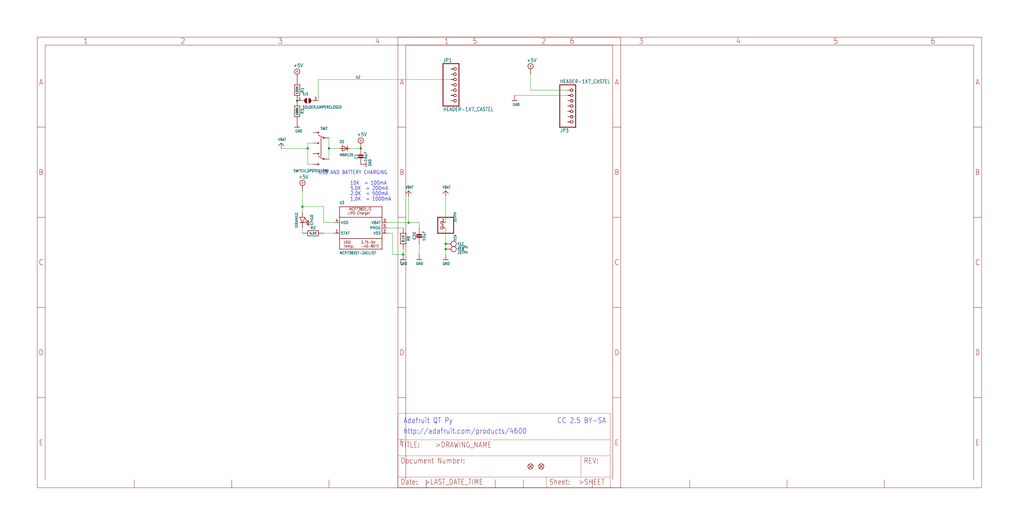
<source format=kicad_sch>
(kicad_sch (version 20211123) (generator eeschema)
  (paper "User" 490.22 254.406)
  (lib_symbols
    (symbol "eagleSchem-eagle-import:+5V" (power)
      (property "Value" "+5V" (at -1.905 3.175 0))
      (symbol "+5V_1_0"
        (polyline (pts (xy -0.635 1.27) (xy 0.635 1.27)) (stroke (width 0.1524)))
        (polyline (pts (xy 0 0.635) (xy 0 1.905)) (stroke (width 0.1524)))
        (circle (center 0 1.27) (radius 1.27) (stroke (width 0.254)))
        (pin power_in line (at 0 -2.54 90) (length 2.54) (name "+5V") (number "1"))
      )
    )
    (symbol "eagleSchem-eagle-import:CAP_CERAMIC0805-NOOUTLINE"
      (property "Reference" "C" (at -2.29 1.25 90))
      (property "Value" "CAP_CERAMIC0805-NOOUTLINE" (at 2.3 1.25 90))
      (symbol "CAP_CERAMIC0805-NOOUTLINE_1_0"
        (rectangle (start -1.27 0.508) (end 1.27 1.016) (fill (type outline)))
        (rectangle (start -1.27 1.524) (end 1.27 2.032) (fill (type outline)))
        (polyline (pts (xy 0 0.762) (xy 0 0)) (stroke (width 0.1524)))
        (polyline (pts (xy 0 2.54) (xy 0 1.778)) (stroke (width 0.1524)))
        (pin passive line (at 0 5.08 270) (length 2.54) (name "1") (number "1"))
        (pin passive line (at 0 -2.54 90) (length 2.54) (name "2") (number "2"))
      )
    )
    (symbol "eagleSchem-eagle-import:CON_JST_PH_2PIN_MT_BATT"
      (property "Reference" "X" (at 0 5.588 90))
      (property "Value" "CON_JST_PH_2PIN_MT_BATT" (at 1.651 5.588 90))
      (symbol "CON_JST_PH_2PIN_MT_BATT_1_0"
        (polyline (pts (xy -6.35 -2.54) (xy 1.27 -2.54)) (stroke (width 0.4064)))
        (polyline (pts (xy -6.35 5.08) (xy -6.35 -2.54)) (stroke (width 0.4064)))
        (polyline (pts (xy 1.27 -2.54) (xy 1.27 5.08)) (stroke (width 0.4064)))
        (polyline (pts (xy 1.27 5.08) (xy -6.35 5.08)) (stroke (width 0.4064)))
        (pin passive inverted (at -2.54 2.54 0) (length 2.54) (name "1") (number "1"))
        (pin passive inverted (at -2.54 0 0) (length 2.54) (name "2") (number "2"))
      )
      (symbol "CON_JST_PH_2PIN_MT_BATT_2_0"
        (circle (center 0 3.81) (radius 1.27) (stroke (width 0.254)))
        (pin bidirectional line (at 0 0 90) (length 2.54) (name "P$1") (number "NC2"))
      )
      (symbol "CON_JST_PH_2PIN_MT_BATT_3_0"
        (circle (center 0 3.81) (radius 1.27) (stroke (width 0.254)))
        (pin bidirectional line (at 0 0 90) (length 2.54) (name "P$1") (number "NC1"))
      )
    )
    (symbol "eagleSchem-eagle-import:DIODE_SOD-123FL"
      (property "Reference" "D" (at -2.54 2.54 0))
      (property "Value" "DIODE_SOD-123FL" (at -2.54 -3.81 0))
      (symbol "DIODE_SOD-123FL_1_0"
        (polyline (pts (xy -1.27 -1.27) (xy 1.27 0)) (stroke (width 0.254)))
        (polyline (pts (xy -1.27 1.27) (xy -1.27 -1.27)) (stroke (width 0.254)))
        (polyline (pts (xy 1.27 0) (xy -1.27 1.27)) (stroke (width 0.254)))
        (polyline (pts (xy 1.27 0) (xy 1.27 -1.27)) (stroke (width 0.254)))
        (polyline (pts (xy 1.27 1.27) (xy 1.27 0)) (stroke (width 0.254)))
        (pin passive line (at -2.54 0 0) (length 2.54) (name "A") (number "A"))
        (pin passive line (at 2.54 0 180) (length 2.54) (name "C") (number "C"))
      )
    )
    (symbol "eagleSchem-eagle-import:FIDUCIAL_1MM"
      (symbol "FIDUCIAL_1MM_1_0"
        (polyline (pts (xy -0.762 0.762) (xy 0.762 -0.762)) (stroke (width 0.254)))
        (polyline (pts (xy 0.762 0.762) (xy -0.762 -0.762)) (stroke (width 0.254)))
        (circle (center 0 0) (radius 1.27) (stroke (width 0.254)))
      )
    )
    (symbol "eagleSchem-eagle-import:FRAME_A_L"
      (symbol "FRAME_A_L_0_0"
        (polyline (pts (xy 0 43.18) (xy 3.81 43.18)))
        (polyline (pts (xy 0 86.36) (xy 3.81 86.36)))
        (polyline (pts (xy 0 129.54) (xy 3.81 129.54)))
        (polyline (pts (xy 0 172.72) (xy 3.81 172.72)))
        (polyline (pts (xy 3.81 3.81) (xy 3.81 212.09)))
        (polyline (pts (xy 46.5667 0) (xy 46.5667 3.81)))
        (polyline (pts (xy 93.1333 0) (xy 93.1333 3.81)))
        (polyline (pts (xy 139.7 0) (xy 139.7 3.81)))
        (polyline (pts (xy 186.2667 0) (xy 186.2667 3.81)))
        (polyline (pts (xy 232.8333 0) (xy 232.8333 3.81)))
        (polyline (pts (xy 275.59 3.81) (xy 275.59 212.09)))
        (polyline (pts (xy 275.59 43.18) (xy 279.4 43.18)))
        (polyline (pts (xy 275.59 86.36) (xy 279.4 86.36)))
        (polyline (pts (xy 275.59 129.54) (xy 279.4 129.54)))
        (polyline (pts (xy 275.59 172.72) (xy 279.4 172.72)))
        (polyline (pts (xy 275.59 212.09) (xy 3.81 212.09)))
        (polyline (pts (xy 0 0) (xy 279.4 0) (xy 279.4 215.9) (xy 0 215.9) (xy 0 0)))
        (text "1" (at 23.2833 213.995 0) (effects (font (size 2.54 2.286))))
        (text "2" (at 69.85 213.995 0) (effects (font (size 2.54 2.286))))
        (text "3" (at 116.4167 213.995 0) (effects (font (size 2.54 2.286))))
        (text "4" (at 162.9833 213.995 0) (effects (font (size 2.54 2.286))))
        (text "5" (at 209.55 213.995 0) (effects (font (size 2.54 2.286))))
        (text "6" (at 256.1167 213.995 0) (effects (font (size 2.54 2.286))))
        (text "A" (at 1.905 194.31 0) (effects (font (size 2.54 2.286))))
        (text "A" (at 277.495 194.31 0) (effects (font (size 2.54 2.286))))
        (text "B" (at 1.905 151.13 0) (effects (font (size 2.54 2.286))))
        (text "B" (at 277.495 151.13 0) (effects (font (size 2.54 2.286))))
        (text "C" (at 1.905 107.95 0) (effects (font (size 2.54 2.286))))
        (text "C" (at 277.495 107.95 0) (effects (font (size 2.54 2.286))))
        (text "D" (at 1.905 64.77 0) (effects (font (size 2.54 2.286))))
        (text "D" (at 277.495 64.77 0) (effects (font (size 2.54 2.286))))
        (text "E" (at 1.905 21.59 0) (effects (font (size 2.54 2.286))))
        (text "E" (at 277.495 21.59 0) (effects (font (size 2.54 2.286))))
      )
      (symbol "FRAME_A_L_2_0"
        (polyline (pts (xy 0 0) (xy 0 5.08)) (stroke (width 0.1016)))
        (polyline (pts (xy 0 0) (xy 71.12 0)) (stroke (width 0.1016)))
        (polyline (pts (xy 0 5.08) (xy 0 15.24)) (stroke (width 0.1016)))
        (polyline (pts (xy 0 5.08) (xy 71.12 5.08)) (stroke (width 0.1016)))
        (polyline (pts (xy 0 15.24) (xy 0 22.86)) (stroke (width 0.1016)))
        (polyline (pts (xy 0 22.86) (xy 0 35.56)) (stroke (width 0.1016)))
        (polyline (pts (xy 0 22.86) (xy 101.6 22.86)) (stroke (width 0.1016)))
        (polyline (pts (xy 71.12 0) (xy 101.6 0)) (stroke (width 0.1016)))
        (polyline (pts (xy 71.12 5.08) (xy 71.12 0)) (stroke (width 0.1016)))
        (polyline (pts (xy 71.12 5.08) (xy 87.63 5.08)) (stroke (width 0.1016)))
        (polyline (pts (xy 87.63 5.08) (xy 101.6 5.08)) (stroke (width 0.1016)))
        (polyline (pts (xy 87.63 15.24) (xy 0 15.24)) (stroke (width 0.1016)))
        (polyline (pts (xy 87.63 15.24) (xy 87.63 5.08)) (stroke (width 0.1016)))
        (polyline (pts (xy 101.6 5.08) (xy 101.6 0)) (stroke (width 0.1016)))
        (polyline (pts (xy 101.6 15.24) (xy 87.63 15.24)) (stroke (width 0.1016)))
        (polyline (pts (xy 101.6 15.24) (xy 101.6 5.08)) (stroke (width 0.1016)))
        (polyline (pts (xy 101.6 22.86) (xy 101.6 15.24)) (stroke (width 0.1016)))
        (polyline (pts (xy 101.6 35.56) (xy 0 35.56)) (stroke (width 0.1016)))
        (polyline (pts (xy 101.6 35.56) (xy 101.6 22.86)) (stroke (width 0.1016)))
        (text ">DRAWING_NAME" (at 17.78 19.05 0) (effects (font (size 2.54 2.159)) (justify left bottom)))
        (text ">LAST_DATE_TIME" (at 12.7 1.27 0) (effects (font (size 2.54 2.159)) (justify left bottom)))
        (text ">SHEET" (at 86.36 1.27 0) (effects (font (size 2.54 2.159)) (justify left bottom)))
        (text "Date:" (at 1.27 1.27 0) (effects (font (size 2.54 2.159)) (justify left bottom)))
        (text "Document Number:" (at 1.27 11.43 0) (effects (font (size 2.54 2.159)) (justify left bottom)))
        (text "REV:" (at 88.9 11.43 0) (effects (font (size 2.54 2.159)) (justify left bottom)))
        (text "Sheet:" (at 72.39 1.27 0) (effects (font (size 2.54 2.159)) (justify left bottom)))
        (text "TITLE:" (at 1.27 19.05 0) (effects (font (size 2.54 2.159)) (justify left bottom)))
      )
    )
    (symbol "eagleSchem-eagle-import:GND" (power)
      (property "Value" "GND" (at -1.524 -2.54 0))
      (symbol "GND_1_0"
        (polyline (pts (xy -1.27 0) (xy 1.27 0)) (stroke (width 0.254)))
        (pin power_in line (at 0 2.54 270) (length 2.54) (name "GND") (number "1"))
      )
    )
    (symbol "eagleSchem-eagle-import:HEADER-1X7_CASTEL"
      (property "Reference" "JP" (at -6.35 10.795 0))
      (property "Value" "HEADER-1X7_CASTEL" (at -6.35 -12.7 0))
      (symbol "HEADER-1X7_CASTEL_1_0"
        (polyline (pts (xy -6.35 -10.16) (xy 1.27 -10.16)) (stroke (width 0.4064)))
        (polyline (pts (xy -6.35 10.16) (xy -6.35 -10.16)) (stroke (width 0.4064)))
        (polyline (pts (xy 1.27 -10.16) (xy 1.27 10.16)) (stroke (width 0.4064)))
        (polyline (pts (xy 1.27 10.16) (xy -6.35 10.16)) (stroke (width 0.4064)))
        (pin passive inverted (at -2.54 7.62 0) (length 2.54) (name "1") (number "1"))
        (pin passive inverted (at -2.54 7.62 0) (length 2.54) (name "1") (number "1C"))
        (pin passive inverted (at -2.54 5.08 0) (length 2.54) (name "2") (number "2"))
        (pin passive inverted (at -2.54 5.08 0) (length 2.54) (name "2") (number "2C"))
        (pin passive inverted (at -2.54 2.54 0) (length 2.54) (name "3") (number "3"))
        (pin passive inverted (at -2.54 2.54 0) (length 2.54) (name "3") (number "3C"))
        (pin passive inverted (at -2.54 0 0) (length 2.54) (name "4") (number "4"))
        (pin passive inverted (at -2.54 0 0) (length 2.54) (name "4") (number "4C"))
        (pin passive inverted (at -2.54 -2.54 0) (length 2.54) (name "5") (number "5"))
        (pin passive inverted (at -2.54 -2.54 0) (length 2.54) (name "5") (number "5C"))
        (pin passive inverted (at -2.54 -5.08 0) (length 2.54) (name "6") (number "6"))
        (pin passive inverted (at -2.54 -5.08 0) (length 2.54) (name "6") (number "6C"))
        (pin passive inverted (at -2.54 -7.62 0) (length 2.54) (name "7") (number "7"))
        (pin passive inverted (at -2.54 -7.62 0) (length 2.54) (name "7") (number "7C"))
      )
    )
    (symbol "eagleSchem-eagle-import:LED0603_NOOUTLINE"
      (property "Reference" "D" (at -1.27 4.445 0))
      (property "Value" "LED0603_NOOUTLINE" (at -1.27 -2.794 0))
      (symbol "LED0603_NOOUTLINE_1_0"
        (polyline (pts (xy -2.54 -1.27) (xy 0 0)) (stroke (width 0.254)))
        (polyline (pts (xy -2.54 1.27) (xy -2.54 -1.27)) (stroke (width 0.254)))
        (polyline (pts (xy -1.905 1.27) (xy -0.635 2.54)) (stroke (width 0.254)))
        (polyline (pts (xy -0.9525 2.8575) (xy -0.3175 2.2225)) (stroke (width 0.254)))
        (polyline (pts (xy -0.635 1.27) (xy 0.635 2.54)) (stroke (width 0.254)))
        (polyline (pts (xy -0.3175 2.2225) (xy 0 3.175)) (stroke (width 0.254)))
        (polyline (pts (xy 0 0) (xy -2.54 1.27)) (stroke (width 0.254)))
        (polyline (pts (xy 0 0) (xy 0 -1.27)) (stroke (width 0.254)))
        (polyline (pts (xy 0 1.27) (xy 0 0)) (stroke (width 0.254)))
        (polyline (pts (xy 0 3.175) (xy -0.9525 2.8575)) (stroke (width 0.254)))
        (polyline (pts (xy 0.3175 2.8575) (xy 0.9525 2.2225)) (stroke (width 0.254)))
        (polyline (pts (xy 0.9525 2.2225) (xy 1.27 3.175)) (stroke (width 0.254)))
        (polyline (pts (xy 1.27 3.175) (xy 0.3175 2.8575)) (stroke (width 0.254)))
        (pin passive line (at -5.08 0 0) (length 2.54) (name "A") (number "A"))
        (pin passive line (at 2.54 0 180) (length 2.54) (name "C") (number "C"))
      )
    )
    (symbol "eagleSchem-eagle-import:MCP73831{slash}2"
      (property "Reference" "U" (at -10.16 11.43 0))
      (property "Value" "MCP73831{slash}2" (at -10.16 -12.7 0))
      (symbol "MCP73831{slash}2_1_0"
        (polyline (pts (xy -10.16 -5.08) (xy -10.16 -10.16)) (stroke (width 0.254)))
        (polyline (pts (xy -10.16 -5.08) (xy -10.16 5.08)) (stroke (width 0.254)))
        (polyline (pts (xy -10.16 5.08) (xy 10.16 5.08)) (stroke (width 0.254)))
        (polyline (pts (xy -10.16 10.16) (xy -10.16 5.08)) (stroke (width 0.254)))
        (polyline (pts (xy -10.16 10.16) (xy 10.16 10.16)) (stroke (width 0.254)))
        (polyline (pts (xy 10.16 -10.16) (xy -10.16 -10.16)) (stroke (width 0.254)))
        (polyline (pts (xy 10.16 -5.08) (xy -10.16 -5.08)) (stroke (width 0.254)))
        (polyline (pts (xy 10.16 -5.08) (xy 10.16 -10.16)) (stroke (width 0.254)))
        (polyline (pts (xy 10.16 5.08) (xy 10.16 -5.08)) (stroke (width 0.254)))
        (polyline (pts (xy 10.16 10.16) (xy 10.16 5.08)) (stroke (width 0.254)))
        (text "-40-85°C" (at 0 -9.525 0) (effects (font (size 1.27 1.0795)) (justify left bottom)))
        (text "3.75-6V" (at 0 -7.62 0) (effects (font (size 1.27 1.0795)) (justify left bottom)))
        (text "LIPO Charger" (at -6.35 6.35 0) (effects (font (size 1.27 1.0795)) (justify left bottom)))
        (text "MCP73831/2" (at -5.715 8.255 0) (effects (font (size 1.27 1.0795)) (justify left bottom)))
        (text "Temp:" (at -8.255 -9.525 0) (effects (font (size 1.27 1.0795)) (justify left bottom)))
        (text "VDD:" (at -8.255 -7.62 0) (effects (font (size 1.27 1.0795)) (justify left bottom)))
        (pin output line (at -12.7 -2.54 0) (length 2.54) (name "STAT") (number "1"))
        (pin power_in line (at 12.7 -2.54 180) (length 2.54) (name "VSS") (number "2"))
        (pin power_in line (at 12.7 2.54 180) (length 2.54) (name "VBAT") (number "3"))
        (pin power_in line (at -12.7 2.54 0) (length 2.54) (name "VDD") (number "4"))
        (pin input line (at 12.7 0 180) (length 2.54) (name "PROG") (number "5"))
      )
    )
    (symbol "eagleSchem-eagle-import:RESISTOR_0603_NOOUT"
      (property "Reference" "R" (at 0 2.54 0))
      (property "Value" "RESISTOR_0603_NOOUT" (at 0 0 0))
      (symbol "RESISTOR_0603_NOOUT_1_0"
        (polyline (pts (xy -2.54 -1.27) (xy -2.54 1.27)) (stroke (width 0.254)))
        (polyline (pts (xy -2.54 1.27) (xy 2.54 1.27)) (stroke (width 0.254)))
        (polyline (pts (xy 2.54 -1.27) (xy -2.54 -1.27)) (stroke (width 0.254)))
        (polyline (pts (xy 2.54 1.27) (xy 2.54 -1.27)) (stroke (width 0.254)))
        (pin passive line (at -5.08 0 0) (length 2.54) (name "1") (number "1"))
        (pin passive line (at 5.08 0 180) (length 2.54) (name "2") (number "2"))
      )
    )
    (symbol "eagleSchem-eagle-import:SOLDERJUMPERCLOSED"
      (property "Reference" "SJ" (at -2.54 2.54 0))
      (property "Value" "SOLDERJUMPERCLOSED" (at -2.54 -3.81 0))
      (symbol "SOLDERJUMPERCLOSED_1_0"
        (arc (start -0.381 1.2699) (mid -1.6508 0) (end -0.381 -1.2699) (stroke (width 0.0001)) (fill (type outline)))
        (polyline (pts (xy -2.54 0) (xy -1.651 0)) (stroke (width 0.1524)))
        (polyline (pts (xy 2.54 0) (xy 1.651 0)) (stroke (width 0.1524)))
        (arc (start 0.381 -1.2699) (mid 1.6508 0) (end 0.381 1.2699) (stroke (width 0.0001)) (fill (type outline)))
        (pin passive line (at -5.08 0 0) (length 2.54) (name "1") (number "1"))
        (pin passive line (at 5.08 0 180) (length 2.54) (name "2") (number "2"))
      )
    )
    (symbol "eagleSchem-eagle-import:SWITCH_DPDTEG1390"
      (property "Reference" "SW" (at -4.445 8.89 0))
      (property "Value" "SWITCH_DPDTEG1390" (at -5.08 -11.43 0))
      (symbol "SWITCH_DPDTEG1390_1_0"
        (circle (center -2.54 -5.08) (radius 0.3592) (stroke (width 0.2032)))
        (circle (center -2.54 5.08) (radius 0.3592) (stroke (width 0.2032)))
        (circle (center 0 -7.62) (radius 0.3592) (stroke (width 0.2032)))
        (circle (center 0 -2.54) (radius 0.3592) (stroke (width 0.2032)))
        (polyline (pts (xy -2.54 -5.08) (xy 0 -3.81)) (stroke (width 0.254)))
        (polyline (pts (xy -2.54 5.08) (xy 0 6.35)) (stroke (width 0.254)))
        (polyline (pts (xy -1.27 5.08) (xy -1.27 -3.81)) (stroke (width 0.254)))
        (polyline (pts (xy 0 -7.62) (xy 0.635 -7.62)) (stroke (width 0.127)))
        (polyline (pts (xy 0 -2.54) (xy 0.635 -2.54)) (stroke (width 0.1524)))
        (polyline (pts (xy 0 2.54) (xy 0.635 2.54)) (stroke (width 0.127)))
        (polyline (pts (xy 0 7.62) (xy 0.635 7.62)) (stroke (width 0.1524)))
        (circle (center 0 2.54) (radius 0.3592) (stroke (width 0.2032)))
        (circle (center 0 7.62) (radius 0.3592) (stroke (width 0.2032)))
        (pin passive line (at 2.54 7.62 180) (length 2.54) (name "O1") (number "O1"))
        (pin passive line (at 2.54 -2.54 180) (length 2.54) (name "O2") (number "O2"))
        (pin passive line (at -5.08 5.08 0) (length 2.54) (name "P1") (number "P1"))
        (pin passive line (at -5.08 -5.08 0) (length 2.54) (name "P2") (number "P2"))
        (pin passive line (at 2.54 2.54 180) (length 2.54) (name "S1") (number "S1"))
        (pin passive line (at 2.54 -7.62 180) (length 2.54) (name "S2") (number "S2"))
      )
    )
    (symbol "eagleSchem-eagle-import:VBAT" (power)
      (property "Value" "VBAT" (at -1.524 1.016 0))
      (symbol "VBAT_1_0"
        (polyline (pts (xy -1.27 -1.27) (xy 0 0)) (stroke (width 0.254)))
        (polyline (pts (xy 0 0) (xy 1.27 -1.27)) (stroke (width 0.254)))
        (pin power_in line (at 0 -2.54 90) (length 2.54) (name "VBAT") (number "1"))
      )
    )
  )
  (junction (at 195.58 106.68))
  (junction (at 144.78 99.06))
  (junction (at 142.24 48.26))
  (junction (at 193.04 121.92))
  (junction (at 157.48 71.12))
  (junction (at 213.36 116.84))
  (junction (at 147.32 71.12))
  (junction (at 172.72 71.12))
  (junction (at 213.36 119.38))
  (wire (pts (xy 213.36 116.84) (xy 213.36 109.22)))
  (wire (pts (xy 147.32 78.74) (xy 147.32 71.12)))
  (wire (pts (xy 195.58 106.68) (xy 185.42 106.68)))
  (wire (pts (xy 144.78 109.22) (xy 144.78 111.76)))
  (wire (pts (xy 157.48 71.12) (xy 157.48 76.2)))
  (wire (pts (xy 154.94 99.06) (xy 154.94 106.68)))
  (wire (pts (xy 254 43.18) (xy 254 35.56)))
  (wire (pts (xy 213.36 93.98) (xy 213.36 106.68)))
  (wire (pts (xy 185.42 111.76) (xy 187.96 111.76)))
  (wire (pts (xy 185.42 109.22) (xy 193.04 109.22)))
  (wire (pts (xy 271.78 45.72) (xy 246.38 45.72)))
  (wire (pts (xy 187.96 111.76) (xy 187.96 121.92)))
  (wire (pts (xy 147.32 71.12) (xy 147.32 68.58)))
  (wire (pts (xy 154.94 106.68) (xy 160.02 106.68)))
  (wire (pts (xy 187.96 121.92) (xy 193.04 121.92)))
  (wire (pts (xy 134.62 71.12) (xy 147.32 71.12)))
  (wire (pts (xy 157.48 66.04) (xy 157.48 71.12)))
  (wire (pts (xy 167.64 71.12) (xy 172.72 71.12)))
  (wire (pts (xy 200.66 116.84) (xy 200.66 121.92)))
  (wire (pts (xy 149.86 68.58) (xy 147.32 68.58)))
  (wire (pts (xy 213.36 119.38) (xy 213.36 116.84)))
  (wire (pts (xy 144.78 101.6) (xy 144.78 99.06)))
  (wire (pts (xy 152.4 38.1) (xy 152.4 48.26)))
  (wire (pts (xy 200.66 109.22) (xy 200.66 106.68)))
  (wire (pts (xy 149.86 78.74) (xy 147.32 78.74)))
  (wire (pts (xy 193.04 119.38) (xy 193.04 121.92)))
  (wire (pts (xy 195.58 93.98) (xy 195.58 106.68)))
  (wire (pts (xy 215.9 38.1) (xy 152.4 38.1)))
  (wire (pts (xy 213.36 121.92) (xy 213.36 119.38)))
  (wire (pts (xy 154.94 111.76) (xy 160.02 111.76)))
  (wire (pts (xy 144.78 91.44) (xy 144.78 99.06)))
  (wire (pts (xy 271.78 43.18) (xy 254 43.18)))
  (wire (pts (xy 157.48 71.12) (xy 162.56 71.12)))
  (wire (pts (xy 144.78 99.06) (xy 154.94 99.06)))
  (wire (pts (xy 200.66 106.68) (xy 195.58 106.68)))
  (text "http://adafruit.com/products/4600" (at 193.04 208.28 180) (effects (font (size 2.54 2.159)) (justify left bottom)))
  (text "Adafruit QT Py" (at 193.04 203.2 180) (effects (font (size 2.54 2.159)) (justify left bottom)))
  (text "2.0K  = 500mA" (at 167.64 93.98 180) (effects (font (size 1.778 1.5113)) (justify left bottom)))
  (text "10K  = 100mA" (at 167.64 88.9 180) (effects (font (size 1.778 1.5113)) (justify left bottom)))
  (text "5.0K  = 200mA" (at 167.64 91.44 180) (effects (font (size 1.778 1.5113)) (justify left bottom)))
  (text "1.0K  = 1000mA" (at 167.64 96.52 180) (effects (font (size 1.778 1.5113)) (justify left bottom)))
  (text "CC 2.5 BY-SA" (at 266.7 203.2 180) (effects (font (size 2.54 2.159)) (justify left bottom)))
  (text "USB AND BATTERY CHARGING" (at 152.4 83.82 180) (effects (font (size 1.778 1.5113)) (justify left bottom)))
  (label "A2" (at 170.18 38.1 0) (effects (font (size 1.2446 1.2446))))
  (symbol (lib_id "eagleSchem-eagle-import:FIDUCIAL_1MM") (at 254 223.52 0) (unit 1)
    (property "Reference" "U$8" (effects hide))
    (property "Value" "FIDUCIAL_1MM" (effects hide))
    (property "Footprint" "eagleSchem:FIDUCIAL_1MM" (effects hide))
  )
  (symbol (lib_id "eagleSchem-eagle-import:HEADER-1X7_CASTEL") (at 274.32 50.8 0) (mirror x) (unit 1)
    (property "Reference" "JP3" (at 267.97 61.595 0) (effects (font (size 1.778 1.5113)) (justify left bottom)))
    (property "Value" "HEADER-1X7_CASTEL" (at 267.97 38.1 0) (effects (font (size 1.778 1.5113)) (justify left bottom)))
    (property "Footprint" "eagleSchem:1X07_CASTEL" (effects hide))
  )
  (symbol (lib_id "eagleSchem-eagle-import:CON_JST_PH_2PIN_MT_BATT") (at 210.82 106.68 180) (unit 1)
    (property "Reference" "X1" (at 217.17 112.395 90) (effects (font (size 1.27 1.0795)) (justify left bottom)))
    (property "Value" "JSTPH" (at 217.17 101.6 90) (effects (font (size 1.27 1.0795)) (justify left bottom)))
    (property "Footprint" "eagleSchem:JSTPH2_BATT" (effects hide))
  )
  (symbol (lib_id "eagleSchem-eagle-import:GND") (at 142.24 60.96 0) (mirror y) (unit 1)
    (property "Reference" "#GND3" (effects hide))
    (property "Value" "GND" (at 144.78 63.5 0) (effects (font (size 1.27 1.0795)) (justify left bottom)))
    (property "Footprint" "eagleSchem:" (effects hide))
  )
  (symbol (lib_id "eagleSchem-eagle-import:+5V") (at 142.24 35.56 0) (unit 1)
    (property "Reference" "#SUPPLY4" (effects hide))
    (property "Value" "+5V" (at 140.335 32.385 0) (effects (font (size 1.778 1.5113)) (justify left bottom)))
    (property "Footprint" "eagleSchem:" (effects hide))
  )
  (symbol (lib_id "eagleSchem-eagle-import:VBAT") (at 195.58 91.44 0) (unit 1)
    (property "Reference" "#U$39" (effects hide))
    (property "Value" "VBAT" (at 194.056 90.424 0) (effects (font (size 1.27 1.0795)) (justify left bottom)))
    (property "Footprint" "eagleSchem:" (effects hide))
  )
  (symbol (lib_id "eagleSchem-eagle-import:CAP_CERAMIC0805-NOOUTLINE") (at 172.72 76.2 0) (unit 1)
    (property "Reference" "C1" (at 170.43 74.95 90))
    (property "Value" "10µF" (at 175.02 74.95 90))
    (property "Footprint" "eagleSchem:0805-NO" (effects hide))
  )
  (symbol (lib_id "eagleSchem-eagle-import:GND") (at 246.38 48.26 0) (mirror y) (unit 1)
    (property "Reference" "#GND2" (effects hide))
    (property "Value" "GND" (at 248.92 50.8 0) (effects (font (size 1.27 1.0795)) (justify left bottom)))
    (property "Footprint" "eagleSchem:" (effects hide))
  )
  (symbol (lib_id "eagleSchem-eagle-import:CON_JST_PH_2PIN_MT_BATT") (at 213.36 116.84 270) (unit 3)
    (property "Reference" "X1" (at 218.948 116.84 90) (effects (font (size 1.27 1.0795)) (justify left)))
    (property "Value" "JSTPH" (at 218.948 118.491 90) (effects (font (size 1.27 1.0795)) (justify left)))
    (property "Footprint" "eagleSchem:JSTPH2_BATT" (effects hide))
  )
  (symbol (lib_id "eagleSchem-eagle-import:LED0603_NOOUTLINE") (at 144.78 106.68 270) (unit 1)
    (property "Reference" "CHG0" (at 149.225 105.41 0))
    (property "Value" "ORANGE" (at 141.986 105.41 0))
    (property "Footprint" "eagleSchem:CHIPLED_0603_NOOUTLINE" (effects hide))
  )
  (symbol (lib_id "eagleSchem-eagle-import:RESISTOR_0603_NOOUT") (at 149.86 111.76 0) (unit 1)
    (property "Reference" "R2" (at 149.86 109.22 0))
    (property "Value" "5.1K" (at 149.86 111.76 0) (effects (font (size 1.016 1.016) bold)))
    (property "Footprint" "eagleSchem:0603-NO" (effects hide))
  )
  (symbol (lib_id "eagleSchem-eagle-import:FRAME_A_L") (at 17.78 233.68 0) (unit 1)
    (property "Reference" "#FRAME1" (effects hide))
    (property "Value" "FRAME_A_L" (effects hide))
    (property "Footprint" "eagleSchem:" (effects hide))
  )
  (symbol (lib_id "eagleSchem-eagle-import:RESISTOR_0603_NOOUT") (at 142.24 53.34 270) (unit 1)
    (property "Reference" "R3" (at 144.78 53.34 0))
    (property "Value" "100K" (at 142.24 53.34 0) (effects (font (size 1.016 1.016) bold)))
    (property "Footprint" "eagleSchem:0603-NO" (effects hide))
  )
  (symbol (lib_id "eagleSchem-eagle-import:+5V") (at 144.78 88.9 0) (unit 1)
    (property "Reference" "#SUPPLY1" (effects hide))
    (property "Value" "+5V" (at 142.875 85.725 0) (effects (font (size 1.778 1.5113)) (justify left bottom)))
    (property "Footprint" "eagleSchem:" (effects hide))
  )
  (symbol (lib_id "eagleSchem-eagle-import:SOLDERJUMPERCLOSED") (at 147.32 48.26 0) (unit 1)
    (property "Reference" "SJ1" (at 144.78 45.72 0) (effects (font (size 1.27 1.0795)) (justify left bottom)))
    (property "Value" "SOLDERJUMPERCLOSED" (at 144.78 52.07 0) (effects (font (size 1.27 1.0795)) (justify left bottom)))
    (property "Footprint" "eagleSchem:SOLDERJUMPER_CLOSEDWIRE" (effects hide))
  )
  (symbol (lib_id "eagleSchem-eagle-import:HEADER-1X7_CASTEL") (at 218.44 40.64 0) (unit 1)
    (property "Reference" "JP1" (at 212.09 29.845 0) (effects (font (size 1.778 1.5113)) (justify left bottom)))
    (property "Value" "HEADER-1X7_CASTEL" (at 212.09 53.34 0) (effects (font (size 1.778 1.5113)) (justify left bottom)))
    (property "Footprint" "eagleSchem:1X07_CASTEL" (effects hide))
  )
  (symbol (lib_id "eagleSchem-eagle-import:GND") (at 175.26 78.74 90) (mirror x) (unit 1)
    (property "Reference" "#GND1" (effects hide))
    (property "Value" "GND" (at 177.8 76.2 0) (effects (font (size 1.27 1.0795)) (justify left bottom)))
    (property "Footprint" "eagleSchem:" (effects hide))
  )
  (symbol (lib_id "eagleSchem-eagle-import:DIODE_SOD-123FL") (at 165.1 71.12 0) (unit 1)
    (property "Reference" "D2" (at 162.56 68.58 0) (effects (font (size 1.27 1.0795)) (justify left bottom)))
    (property "Value" "MBR120" (at 162.56 74.93 0) (effects (font (size 1.27 1.0795)) (justify left bottom)))
    (property "Footprint" "eagleSchem:SOD-123FL" (effects hide))
  )
  (symbol (lib_id "eagleSchem-eagle-import:GND") (at 200.66 124.46 0) (unit 1)
    (property "Reference" "#U$33" (effects hide))
    (property "Value" "GND" (at 199.136 127 0) (effects (font (size 1.27 1.0795)) (justify left bottom)))
    (property "Footprint" "eagleSchem:" (effects hide))
  )
  (symbol (lib_id "eagleSchem-eagle-import:+5V") (at 172.72 68.58 0) (unit 1)
    (property "Reference" "#SUPPLY2" (effects hide))
    (property "Value" "+5V" (at 170.815 65.405 0) (effects (font (size 1.778 1.5113)) (justify left bottom)))
    (property "Footprint" "eagleSchem:" (effects hide))
  )
  (symbol (lib_id "eagleSchem-eagle-import:FRAME_A_L") (at 190.5 233.68 0) (unit 2)
    (property "Reference" "#FRAME1" (effects hide))
    (property "Value" "FRAME_A_L" (effects hide))
    (property "Footprint" "eagleSchem:" (effects hide))
  )
  (symbol (lib_id "eagleSchem-eagle-import:FIDUCIAL_1MM") (at 259.08 223.52 0) (unit 1)
    (property "Reference" "U$6" (effects hide))
    (property "Value" "FIDUCIAL_1MM" (effects hide))
    (property "Footprint" "eagleSchem:FIDUCIAL_1MM" (effects hide))
  )
  (symbol (lib_id "eagleSchem-eagle-import:+5V") (at 254 33.02 0) (unit 1)
    (property "Reference" "#SUPPLY3" (effects hide))
    (property "Value" "+5V" (at 252.095 29.845 0) (effects (font (size 1.778 1.5113)) (justify left bottom)))
    (property "Footprint" "eagleSchem:" (effects hide))
  )
  (symbol (lib_id "eagleSchem-eagle-import:SWITCH_DPDTEG1390") (at 152.4 71.12 0) (mirror y) (unit 1)
    (property "Reference" "SW2" (at 156.845 62.23 0) (effects (font (size 1.27 1.0795)) (justify left bottom)))
    (property "Value" "SWITCH_DPDTEG1390" (at 157.48 82.55 0) (effects (font (size 1.27 1.0795)) (justify left bottom)))
    (property "Footprint" "eagleSchem:EG1390" (effects hide))
  )
  (symbol (lib_id "eagleSchem-eagle-import:CAP_CERAMIC0805-NOOUTLINE") (at 200.66 114.3 0) (unit 1)
    (property "Reference" "C20" (at 198.37 113.05 90))
    (property "Value" "10µF" (at 202.96 113.05 90))
    (property "Footprint" "eagleSchem:0805-NO" (effects hide))
  )
  (symbol (lib_id "eagleSchem-eagle-import:VBAT") (at 134.62 68.58 0) (unit 1)
    (property "Reference" "#U$1" (effects hide))
    (property "Value" "VBAT" (at 133.096 67.564 0) (effects (font (size 1.27 1.0795)) (justify left bottom)))
    (property "Footprint" "eagleSchem:" (effects hide))
  )
  (symbol (lib_id "eagleSchem-eagle-import:MCP73831{slash}2") (at 172.72 109.22 0) (unit 1)
    (property "Reference" "U3" (at 162.56 97.79 0) (effects (font (size 1.27 1.0795)) (justify left bottom)))
    (property "Value" "MCP73831T-2ACI/OT" (at 162.56 121.92 0) (effects (font (size 1.27 1.0795)) (justify left bottom)))
    (property "Footprint" "eagleSchem:SOT23-5" (effects hide))
  )
  (symbol (lib_id "eagleSchem-eagle-import:RESISTOR_0603_NOOUT") (at 193.04 114.3 270) (unit 1)
    (property "Reference" "R8" (at 195.58 114.3 0))
    (property "Value" "5.1K" (at 193.04 114.3 0) (effects (font (size 1.016 1.016) bold)))
    (property "Footprint" "eagleSchem:0603-NO" (effects hide))
  )
  (symbol (lib_id "eagleSchem-eagle-import:GND") (at 193.04 124.46 0) (unit 1)
    (property "Reference" "#U$36" (effects hide))
    (property "Value" "GND" (at 191.516 127 0) (effects (font (size 1.27 1.0795)) (justify left bottom)))
    (property "Footprint" "eagleSchem:" (effects hide))
  )
  (symbol (lib_id "eagleSchem-eagle-import:RESISTOR_0603_NOOUT") (at 142.24 43.18 270) (unit 1)
    (property "Reference" "R1" (at 144.78 43.18 0))
    (property "Value" "100K" (at 142.24 43.18 0) (effects (font (size 1.016 1.016) bold)))
    (property "Footprint" "eagleSchem:0603-NO" (effects hide))
  )
  (symbol (lib_id "eagleSchem-eagle-import:GND") (at 213.36 124.46 0) (unit 1)
    (property "Reference" "#U$22" (effects hide))
    (property "Value" "GND" (at 211.836 127 0) (effects (font (size 1.27 1.0795)) (justify left bottom)))
    (property "Footprint" "eagleSchem:" (effects hide))
  )
  (symbol (lib_id "eagleSchem-eagle-import:CON_JST_PH_2PIN_MT_BATT") (at 213.36 119.38 270) (unit 2)
    (property "Reference" "X1" (at 218.948 119.38 90) (effects (font (size 1.27 1.0795)) (justify left)))
    (property "Value" "JSTPH" (at 218.948 121.031 90) (effects (font (size 1.27 1.0795)) (justify left)))
    (property "Footprint" "eagleSchem:JSTPH2_BATT" (effects hide))
  )
  (symbol (lib_id "eagleSchem-eagle-import:VBAT") (at 213.36 91.44 0) (unit 1)
    (property "Reference" "#U$16" (effects hide))
    (property "Value" "VBAT" (at 211.836 90.424 0) (effects (font (size 1.27 1.0795)) (justify left bottom)))
    (property "Footprint" "eagleSchem:" (effects hide))
  )
)
</source>
